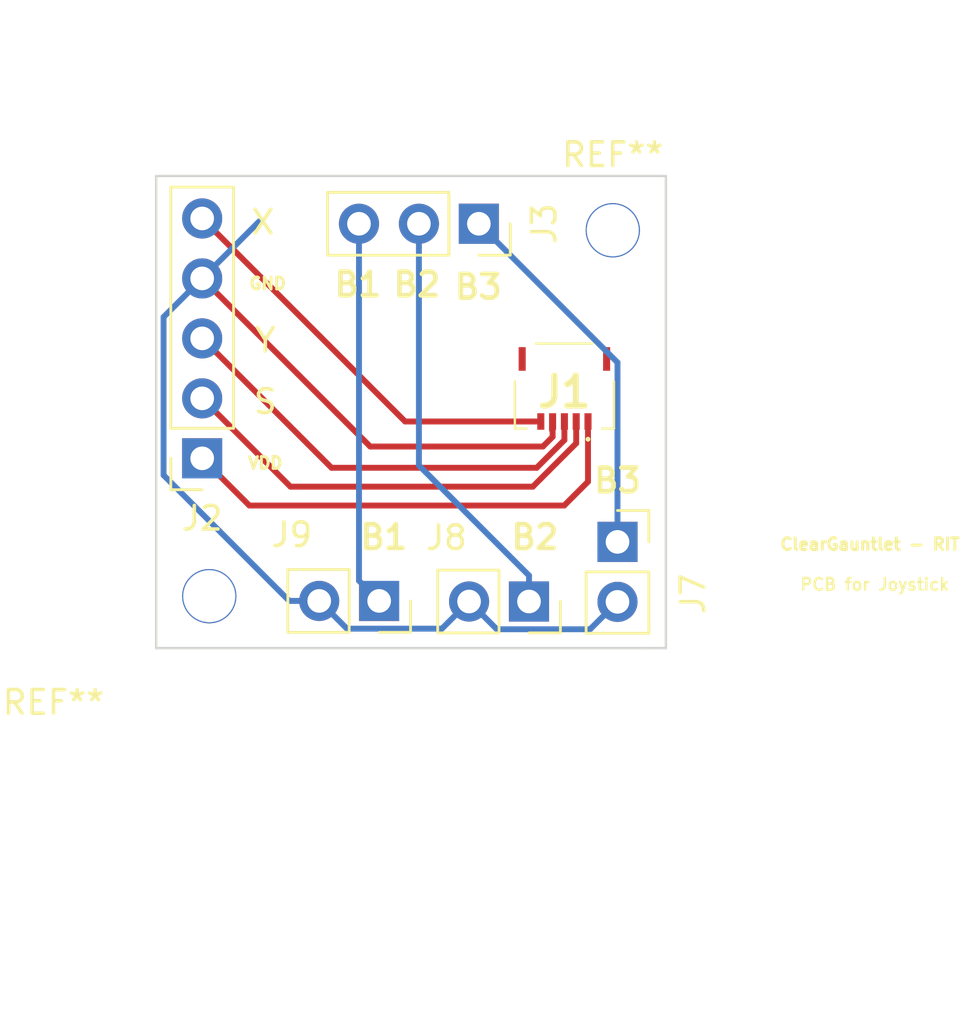
<source format=kicad_pcb>
(kicad_pcb (version 20211014) (generator pcbnew)
  (layers (0 "F.Cu" signal) (31 "B.Cu" signal) (34 "B.Paste" user) (35 "F.Paste" user) (36 "B.SilkS" user "B.Silkscreen") (37 "F.SilkS" user "F.Silkscreen") (38 "B.Mask" user) (39 "F.Mask" user) (44 "Edge.Cuts" user))
  (net 0 "")
  (net 1 "Net-(J1-Pad1)")
  (net 2 "Net-(J1-Pad2)")
  (net 3 "Net-(J1-Pad3)")
  (net 4 "Net-(J1-Pad5)")
  (net 5 "GND")
  (net 6 "Net-(J7-Pad1)")
  (net 7 "Net-(J8-Pad1)")
  (net 8 "Net-(J9-Pad1)")
  (footprint "Connector_PinSocket_2.54mm:PinSocket_1x05_P2.54mm_Vertical" (layer "F.Cu") (at 130.8 99.16 180)
    (fp_text reference "J2" (at 0 -2.54) (layer "F.SilkS"))
    (fp_text value "Conn_01x05_Female")
    (fp_line (start 0 -1.33) (end 1.33 -1.33) (layer "F.SilkS") (width 0.12))
    (fp_line (start 1.33 -1.33) (end 1.33 0) (layer "F.SilkS") (width 0.12))
    (fp_line (start -1.33 11.49) (end 1.33 11.49) (layer "F.SilkS") (width 0.12))
    (fp_line (start -1.33 1.27) (end 1.33 1.27) (layer "F.SilkS") (width 0.12))
    (fp_line (start -1.33 1.27) (end -1.33 11.49) (layer "F.SilkS") (width 0.12))
    (fp_line (start 1.33 1.27) (end 1.33 11.49) (layer "F.SilkS") (width 0.12))
    (pad "1" thru_hole rect (at 0 0 180) (size 1.7 1.7) (drill 1) (layers *.Cu *.Mask) (net 1 "Net-(J1-Pad1)"))
    (pad "2" thru_hole oval (at 0 2.54 180) (size 1.7 1.7) (drill 1) (layers *.Cu *.Mask) (net 2 "Net-(J1-Pad2)"))
    (pad "3" thru_hole oval (at 0 5.08 180) (size 1.7 1.7) (drill 1) (layers *.Cu *.Mask) (net 3 "Net-(J1-Pad3)"))
    (pad "4" thru_hole oval (at 0 7.62 180) (size 1.7 1.7) (drill 1) (layers *.Cu *.Mask) (net 5 "GND"))
    (pad "5" thru_hole oval (at 0 10.16 180) (size 1.7 1.7) (drill 1) (layers *.Cu *.Mask) (net 4 "Net-(J1-Pad5)"))
  )
  (footprint "Connector_PinSocket_2.54mm:PinSocket_1x03_P2.54mm_Vertical" (layer "F.Cu") (at 142.525 89.225 -90)
    (fp_text reference "J3" (at 0 -2.77 90) (layer "F.SilkS"))
    (fp_text value "Conn_01x03_Female")
    (fp_line (start -1.33 6.41) (end 1.33 6.41) (layer "F.SilkS") (width 0.12))
    (fp_line (start 1.33 1.27) (end 1.33 6.41) (layer "F.SilkS") (width 0.12))
    (fp_line (start -1.33 1.27) (end 1.33 1.27) (layer "F.SilkS") (width 0.12))
    (fp_line (start 1.33 -1.33) (end 1.33 0) (layer "F.SilkS") (width 0.12))
    (fp_line (start -1.33 1.27) (end -1.33 6.41) (layer "F.SilkS") (width 0.12))
    (fp_line (start 0 -1.33) (end 1.33 -1.33) (layer "F.SilkS") (width 0.12))
    (pad "1" thru_hole rect (at 0 0 270) (size 1.7 1.7) (drill 1) (layers *.Cu *.Mask) (net 6 "Net-(J7-Pad1)"))
    (pad "2" thru_hole oval (at 0 2.54 270) (size 1.7 1.7) (drill 1) (layers *.Cu *.Mask) (net 7 "Net-(J8-Pad1)"))
    (pad "3" thru_hole oval (at 0 5.08 270) (size 1.7 1.7) (drill 1) (layers *.Cu *.Mask) (net 8 "Net-(J9-Pad1)"))
  )
  (footprint "FFC_FPC:5034800540" (layer "F.Cu") (at 146.15 96.1 180)
    (fp_text reference "J1" (at 0 -0.25) (layer "F.SilkS") (effects (font (size 1.27 1.27) (thickness 0.254))))
    (fp_text value "Conn_01x05_Male" hide)
    (fp_line (start -1.2 1.8) (end 1.2 1.8) (layer "F.SilkS") (width 0.1))
    (fp_line (start -1 -2.3) (end -1 -2.3) (layer "F.SilkS") (width 0.1))
    (fp_line (start 2.1 -1.8) (end 1.6 -1.8) (layer "F.SilkS") (width 0.1))
    (fp_line (start 2.1 0.2) (end 2.1 -1.8) (layer "F.SilkS") (width 0.1))
    (fp_line (start -2.1 0.2) (end -2.1 -1.8) (layer "F.SilkS") (width 0.1))
    (fp_line (start -1 -2.2) (end -1 -2.2) (layer "F.SilkS") (width 0.1))
    (fp_line (start -2.1 -1.8) (end -1.6 -1.8) (layer "F.SilkS") (width 0.1))
    (fp_arc (start -1 -2.3) (mid -0.95 -2.25) (end -1 -2.2) (layer "F.SilkS") (width 0.1))
    (fp_arc (start -1 -2.2) (mid -1.05 -2.25) (end -1 -2.3) (layer "F.SilkS") (width 0.1))
    (pad "1" smd rect (at -1 -1.5 180) (size 0.3 0.7) (layers "F.Cu" "F.Paste" "F.Mask") (net 1 "Net-(J1-Pad1)"))
    (pad "2" smd rect (at -0.5 -1.5 180) (size 0.3 0.7) (layers "F.Cu" "F.Paste" "F.Mask") (net 2 "Net-(J1-Pad2)"))
    (pad "3" smd rect (at 0 -1.5 180) (size 0.3 0.7) (layers "F.Cu" "F.Paste" "F.Mask") (net 3 "Net-(J1-Pad3)"))
    (pad "4" smd rect (at 0.5 -1.5 180) (size 0.3 0.7) (layers "F.Cu" "F.Paste" "F.Mask") (net 5 "GND"))
    (pad "5" smd rect (at 1 -1.5 180) (size 0.3 0.7) (layers "F.Cu" "F.Paste" "F.Mask") (net 4 "Net-(J1-Pad5)"))
    (pad "MP1" smd rect (at -1.79 1.15 180) (size 0.3 1) (layers "F.Cu" "F.Paste" "F.Mask"))
    (pad "MP2" smd rect (at 1.79 1.15 180) (size 0.3 1) (layers "F.Cu" "F.Paste" "F.Mask"))
  )
  (footprint "Connector_PinSocket_2.54mm:PinSocket_1x02_P2.54mm_Vertical" (layer "F.Cu") (at 138.3 105.2 -90)
    (fp_text reference "J9" (at -2.8 3.7) (layer "F.SilkS"))
    (fp_text value "Conn_01x02_Female")
    (fp_line (start -1.33 1.27) (end -1.33 3.87) (layer "F.SilkS") (width 0.12))
    (fp_line (start 1.33 1.27) (end 1.33 3.87) (layer "F.SilkS") (width 0.12))
    (fp_line (start 1.33 -1.33) (end 1.33 0) (layer "F.SilkS") (width 0.12))
    (fp_line (start -1.33 1.27) (end 1.33 1.27) (layer "F.SilkS") (width 0.12))
    (fp_line (start -1.33 3.87) (end 1.33 3.87) (layer "F.SilkS") (width 0.12))
    (fp_line (start 0 -1.33) (end 1.33 -1.33) (layer "F.SilkS") (width 0.12))
    (pad "1" thru_hole rect (at 0 0 270) (size 1.7 1.7) (drill 1) (layers *.Cu *.Mask) (net 8 "Net-(J9-Pad1)"))
    (pad "2" thru_hole oval (at 0 2.54 270) (size 1.7 1.7) (drill 1) (layers *.Cu *.Mask) (net 5 "GND"))
  )
  (footprint "MountingHole:MountingHole_2.1mm" (layer "F.Cu") (at 148.2 89.5)
    (fp_text reference "REF**" (at 0 -3.2) (layer "F.SilkS"))
    (fp_text value "MountingHole_2.1mm")
    (pad "" np_thru_hole circle (at 0 0) (size 2.3 2.3) (drill 2.2) (layers F&B.Cu *.Mask))
  )
  (footprint "Connector_PinSocket_2.54mm:PinSocket_1x02_P2.54mm_Vertical" (layer "F.Cu") (at 148.4 102.7)
    (fp_text reference "J7" (at 3.2 2.2 90) (layer "F.SilkS"))
    (fp_text value "Conn_01x02_Female")
    (fp_line (start -1.33 3.87) (end 1.33 3.87) (layer "F.SilkS") (width 0.12))
    (fp_line (start 1.33 1.27) (end 1.33 3.87) (layer "F.SilkS") (width 0.12))
    (fp_line (start 0 -1.33) (end 1.33 -1.33) (layer "F.SilkS") (width 0.12))
    (fp_line (start 1.33 -1.33) (end 1.33 0) (layer "F.SilkS") (width 0.12))
    (fp_line (start -1.33 1.27) (end -1.33 3.87) (layer "F.SilkS") (width 0.12))
    (fp_line (start -1.33 1.27) (end 1.33 1.27) (layer "F.SilkS") (width 0.12))
    (pad "1" thru_hole rect (at 0 0) (size 1.7 1.7) (drill 1) (layers *.Cu *.Mask) (net 6 "Net-(J7-Pad1)"))
    (pad "2" thru_hole oval (at 0 2.54) (size 1.7 1.7) (drill 1) (layers *.Cu *.Mask) (net 5 "GND"))
  )
  (footprint "Connector_PinSocket_2.54mm:PinSocket_1x02_P2.54mm_Vertical" (layer "F.Cu") (at 144.65 105.225 -90)
    (fp_text reference "J8" (at -2.7 3.5 180) (layer "F.SilkS"))
    (fp_text value "Conn_01x02_Female")
    (fp_line (start -1.33 3.87) (end 1.33 3.87) (layer "F.SilkS") (width 0.12))
    (fp_line (start 1.33 -1.33) (end 1.33 0) (layer "F.SilkS") (width 0.12))
    (fp_line (start -1.33 1.27) (end 1.33 1.27) (layer "F.SilkS") (width 0.12))
    (fp_line (start 1.33 1.27) (end 1.33 3.87) (layer "F.SilkS") (width 0.12))
    (fp_line (start 0 -1.33) (end 1.33 -1.33) (layer "F.SilkS") (width 0.12))
    (fp_line (start -1.33 1.27) (end -1.33 3.87) (layer "F.SilkS") (width 0.12))
    (pad "1" thru_hole rect (at 0 0 270) (size 1.7 1.7) (drill 1) (layers *.Cu *.Mask) (net 7 "Net-(J8-Pad1)"))
    (pad "2" thru_hole oval (at 0 2.54 270) (size 1.7 1.7) (drill 1) (layers *.Cu *.Mask) (net 5 "GND"))
  )
  (footprint "MountingHole:MountingHole_2.1mm" (layer "F.Cu") (at 131.1 105 180)
    (fp_text reference "REF**" (at 6.6 -4.5) (layer "F.SilkS"))
    (fp_text value "MountingHole_2.1mm")
    (pad "" np_thru_hole circle (at 0 0 180) (size 2.3 2.3) (drill 2.2) (layers F&B.Cu *.Mask))
  )
  (gr_line (start 128.85 87.3) (end 128.85 87.25) (layer "Edge.Cuts") (width 0.1))
  (gr_line (start 150.45 107.2) (end 149.65 107.2) (layer "Edge.Cuts") (width 0.1))
  (gr_line (start 150.45 87.2) (end 150.45 107.2) (layer "Edge.Cuts") (width 0.1))
  (gr_line (start 128.85 107.2) (end 128.85 87.3) (layer "Edge.Cuts") (width 0.1))
  (gr_line (start 149.65 107.2) (end 128.85 107.2) (layer "Edge.Cuts") (width 0.1))
  (gr_line (start 150.45 87.2) (end 128.85 87.2) (layer "Edge.Cuts") (width 0.1))
  (gr_line (start 128.85 87.2) (end 128.85 87.25) (layer "Edge.Cuts") (width 0.1))
  (gr_text "GND" (at 133.575 91.76) (layer "F.SilkS") (effects (font (size 0.5 0.5) (thickness 0.125))))
  (gr_text "ClearGauntlet - RIT" (at 159.1 102.8) (layer "F.SilkS") (effects (font (size 0.5 0.5) (thickness 0.125))))
  (gr_text "B2" (at 139.9 91.8) (layer "F.SilkS") (effects (font (size 1 1) (thickness 0.2))))
  (gr_text "VDD" (at 133.475 99.36) (layer "F.SilkS") (effects (font (size 0.5 0.5) (thickness 0.125))))
  (gr_text "PCB for Joystick" (at 159.3 104.5) (layer "F.SilkS") (effects (font (size 0.5 0.5) (thickness 0.1))))
  (gr_text "B3" (at 142.5 91.9) (layer "F.SilkS") (effects (font (size 1 1) (thickness 0.2))))
  (gr_text "B3" (at 148.4 100.1) (layer "F.SilkS") (effects (font (size 1 1) (thickness 0.2))))
  (gr_text "B1" (at 137.4 91.8) (layer "F.SilkS") (effects (font (size 1 1) (thickness 0.2))))
  (gr_text "S" (at 133.475 96.76) (layer "F.SilkS") (effects (font (size 1 1))))
  (gr_text "B2" (at 144.9 102.5) (layer "F.SilkS") (effects (font (size 1 1) (thickness 0.2))))
  (gr_text "B1" (at 138.5 102.5) (layer "F.SilkS") (effects (font (size 1 1) (thickness 0.2))))
  (gr_text "X" (at 133.375 89.16) (layer "F.SilkS") (effects (font (size 1 1))))
  (gr_text "Y" (at 133.475 94.16) (layer "F.SilkS") (effects (font (size 1 1))))
  (segment (start 147.15 100.15) (end 146.14 101.16) (width 0.25) (layer "F.Cu") (net 1))
  (segment (start 132.8 101.16) (end 146.14 101.16) (width 0.25) (layer "F.Cu") (net 1))
  (segment (start 147.15 97.6) (end 147.15 100.15) (width 0.25) (layer "F.Cu") (net 1))
  (segment (start 130.8 99.16) (end 132.8 101.16) (width 0.25) (layer "F.Cu") (net 1))
  (segment (start 130.8 96.62) (end 134.54 100.36) (width 0.25) (layer "F.Cu") (net 2))
  (segment (start 134.54 100.36) (end 144.812792 100.36) (width 0.25) (layer "F.Cu") (net 2))
  (segment (start 146.65 98.522792) (end 146.65 97.6) (width 0.25) (layer "F.Cu") (net 2))
  (segment (start 144.812792 100.36) (end 146.65 98.522792) (width 0.25) (layer "F.Cu") (net 2))
  (segment (start 144.976396 99.56) (end 146.15 98.386396) (width 0.25) (layer "F.Cu") (net 3))
  (segment (start 130.8 94.08) (end 136.28 99.56) (width 0.25) (layer "F.Cu") (net 3))
  (segment (start 146.15 98.386396) (end 146.15 97.6) (width 0.25) (layer "F.Cu") (net 3))
  (segment (start 136.28 99.56) (end 144.976396 99.56) (width 0.25) (layer "F.Cu") (net 3))
  (segment (start 130.8 89) (end 139.4 97.6) (width 0.25) (layer "F.Cu") (net 4))
  (segment (start 139.4 97.6) (end 145.15 97.6) (width 0.25) (layer "F.Cu") (net 4))
  (segment (start 137.92 98.66) (end 145.24 98.66) (width 0.25) (layer "F.Cu") (net 5))
  (segment (start 145.65 97.938604) (end 145.625 97.963604) (width 0.25) (layer "F.Cu") (net 5))
  (segment (start 145.65 98.25) (end 145.65 97.6) (width 0.25) (layer "F.Cu") (net 5))
  (segment (start 145.24 98.66) (end 145.65 98.25) (width 0.25) (layer "F.Cu") (net 5))
  (segment (start 130.8 91.54) (end 137.92 98.66) (width 0.25) (layer "F.Cu") (net 5))
  (segment (start 145.65 97.6) (end 145.65 97.938604) (width 0.25) (layer "F.Cu") (net 5))
  (segment (start 140.96 106.375) (end 142.11 105.225) (width 0.25) (layer "B.Cu") (net 5))
  (segment (start 142.11 105.225) (end 143.285 106.4) (width 0.25) (layer "B.Cu") (net 5))
  (segment (start 130.8 91.54) (end 133.215 89.125) (width 0.25) (layer "B.Cu") (net 5))
  (segment (start 143.285 106.4) (end 147.24 106.4) (width 0.25) (layer "B.Cu") (net 5))
  (segment (start 135.76 105.2) (end 136.935 106.375) (width 0.25) (layer "B.Cu") (net 5))
  (segment (start 129.163557 93.176443) (end 130.8 91.54) (width 0.25) (layer "B.Cu") (net 5))
  (segment (start 134.49 105.2) (end 135.76 105.2) (width 0.25) (layer "B.Cu") (net 5))
  (segment (start 129.163557 99.873557) (end 134.49 105.2) (width 0.25) (layer "B.Cu") (net 5))
  (segment (start 136.935 106.375) (end 140.96 106.375) (width 0.25) (layer "B.Cu") (net 5))
  (segment (start 129.163557 99.873557) (end 129.163557 93.176443) (width 0.25) (layer "B.Cu") (net 5))
  (segment (start 147.24 106.4) (end 148.4 105.24) (width 0.25) (layer "B.Cu") (net 5))
  (segment (start 148.4 95.1) (end 142.525 89.225) (width 0.25) (layer "B.Cu") (net 6))
  (segment (start 148.4 102.7) (end 148.4 95.1) (width 0.25) (layer "B.Cu") (net 6))
  (segment (start 144.65 104.125) (end 139.985 99.46) (width 0.25) (layer "B.Cu") (net 7))
  (segment (start 139.985 99.46) (end 139.985 89.225) (width 0.25) (layer "B.Cu") (net 7))
  (segment (start 144.65 105.225) (end 144.65 104.125) (width 0.25) (layer "B.Cu") (net 7))
  (segment (start 137.445 104.345) (end 138.3 105.2) (width 0.25) (layer "B.Cu") (net 8))
  (segment (start 137.445 89.225) (end 137.445 104.345) (width 0.25) (layer "B.Cu") (net 8))
)
</source>
